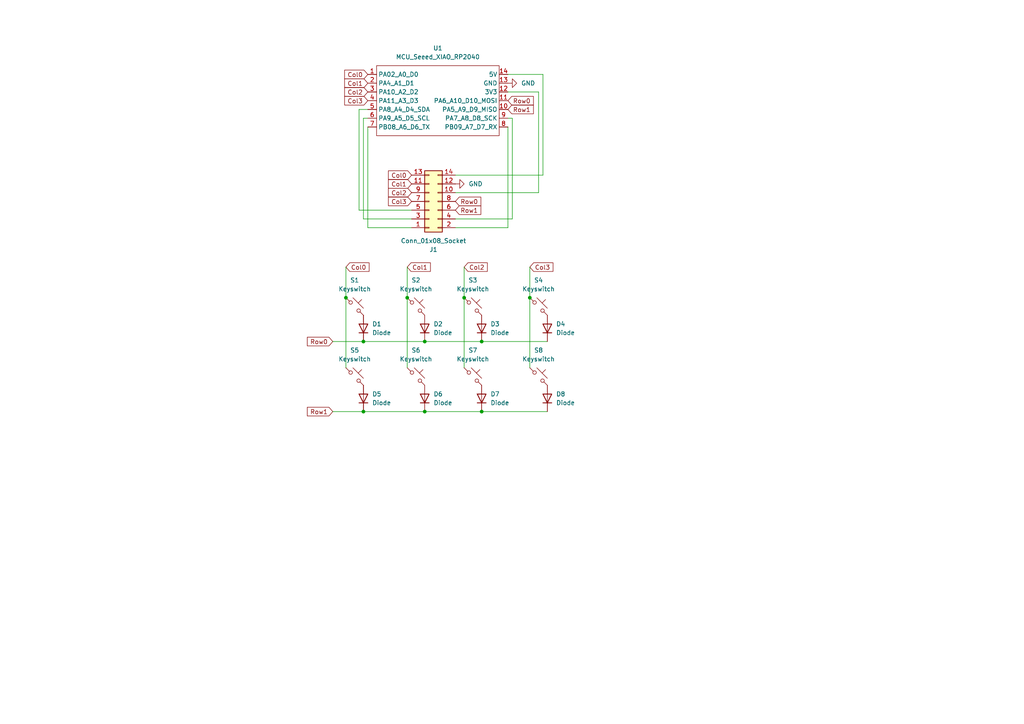
<source format=kicad_sch>
(kicad_sch
	(version 20231120)
	(generator "eeschema")
	(generator_version "8.0")
	(uuid "371db28a-e2f5-4fac-ba02-13eacf8de88f")
	(paper "A4")
	(title_block
		(title "Artpad")
		(date "2024-10-19")
	)
	(lib_symbols
		(symbol "Connector_Generic:Conn_02x07_Odd_Even"
			(pin_names
				(offset 1.016) hide)
			(exclude_from_sim no)
			(in_bom yes)
			(on_board yes)
			(property "Reference" "J"
				(at 1.27 10.16 0)
				(effects
					(font
						(size 1.27 1.27)
					)
				)
			)
			(property "Value" "Conn_02x07_Odd_Even"
				(at 1.27 -10.16 0)
				(effects
					(font
						(size 1.27 1.27)
					)
				)
			)
			(property "Footprint" ""
				(at 0 0 0)
				(effects
					(font
						(size 1.27 1.27)
					)
					(hide yes)
				)
			)
			(property "Datasheet" "~"
				(at 0 0 0)
				(effects
					(font
						(size 1.27 1.27)
					)
					(hide yes)
				)
			)
			(property "Description" "Generic connector, double row, 02x07, odd/even pin numbering scheme (row 1 odd numbers, row 2 even numbers), script generated (kicad-library-utils/schlib/autogen/connector/)"
				(at 0 0 0)
				(effects
					(font
						(size 1.27 1.27)
					)
					(hide yes)
				)
			)
			(property "ki_keywords" "connector"
				(at 0 0 0)
				(effects
					(font
						(size 1.27 1.27)
					)
					(hide yes)
				)
			)
			(property "ki_fp_filters" "Connector*:*_2x??_*"
				(at 0 0 0)
				(effects
					(font
						(size 1.27 1.27)
					)
					(hide yes)
				)
			)
			(symbol "Conn_02x07_Odd_Even_1_1"
				(rectangle
					(start -1.27 -7.493)
					(end 0 -7.747)
					(stroke
						(width 0.1524)
						(type default)
					)
					(fill
						(type none)
					)
				)
				(rectangle
					(start -1.27 -4.953)
					(end 0 -5.207)
					(stroke
						(width 0.1524)
						(type default)
					)
					(fill
						(type none)
					)
				)
				(rectangle
					(start -1.27 -2.413)
					(end 0 -2.667)
					(stroke
						(width 0.1524)
						(type default)
					)
					(fill
						(type none)
					)
				)
				(rectangle
					(start -1.27 0.127)
					(end 0 -0.127)
					(stroke
						(width 0.1524)
						(type default)
					)
					(fill
						(type none)
					)
				)
				(rectangle
					(start -1.27 2.667)
					(end 0 2.413)
					(stroke
						(width 0.1524)
						(type default)
					)
					(fill
						(type none)
					)
				)
				(rectangle
					(start -1.27 5.207)
					(end 0 4.953)
					(stroke
						(width 0.1524)
						(type default)
					)
					(fill
						(type none)
					)
				)
				(rectangle
					(start -1.27 7.747)
					(end 0 7.493)
					(stroke
						(width 0.1524)
						(type default)
					)
					(fill
						(type none)
					)
				)
				(rectangle
					(start -1.27 8.89)
					(end 3.81 -8.89)
					(stroke
						(width 0.254)
						(type default)
					)
					(fill
						(type background)
					)
				)
				(rectangle
					(start 3.81 -7.493)
					(end 2.54 -7.747)
					(stroke
						(width 0.1524)
						(type default)
					)
					(fill
						(type none)
					)
				)
				(rectangle
					(start 3.81 -4.953)
					(end 2.54 -5.207)
					(stroke
						(width 0.1524)
						(type default)
					)
					(fill
						(type none)
					)
				)
				(rectangle
					(start 3.81 -2.413)
					(end 2.54 -2.667)
					(stroke
						(width 0.1524)
						(type default)
					)
					(fill
						(type none)
					)
				)
				(rectangle
					(start 3.81 0.127)
					(end 2.54 -0.127)
					(stroke
						(width 0.1524)
						(type default)
					)
					(fill
						(type none)
					)
				)
				(rectangle
					(start 3.81 2.667)
					(end 2.54 2.413)
					(stroke
						(width 0.1524)
						(type default)
					)
					(fill
						(type none)
					)
				)
				(rectangle
					(start 3.81 5.207)
					(end 2.54 4.953)
					(stroke
						(width 0.1524)
						(type default)
					)
					(fill
						(type none)
					)
				)
				(rectangle
					(start 3.81 7.747)
					(end 2.54 7.493)
					(stroke
						(width 0.1524)
						(type default)
					)
					(fill
						(type none)
					)
				)
				(pin passive line
					(at -5.08 7.62 0)
					(length 3.81)
					(name "Pin_1"
						(effects
							(font
								(size 1.27 1.27)
							)
						)
					)
					(number "1"
						(effects
							(font
								(size 1.27 1.27)
							)
						)
					)
				)
				(pin passive line
					(at 7.62 -2.54 180)
					(length 3.81)
					(name "Pin_10"
						(effects
							(font
								(size 1.27 1.27)
							)
						)
					)
					(number "10"
						(effects
							(font
								(size 1.27 1.27)
							)
						)
					)
				)
				(pin passive line
					(at -5.08 -5.08 0)
					(length 3.81)
					(name "Pin_11"
						(effects
							(font
								(size 1.27 1.27)
							)
						)
					)
					(number "11"
						(effects
							(font
								(size 1.27 1.27)
							)
						)
					)
				)
				(pin passive line
					(at 7.62 -5.08 180)
					(length 3.81)
					(name "Pin_12"
						(effects
							(font
								(size 1.27 1.27)
							)
						)
					)
					(number "12"
						(effects
							(font
								(size 1.27 1.27)
							)
						)
					)
				)
				(pin passive line
					(at -5.08 -7.62 0)
					(length 3.81)
					(name "Pin_13"
						(effects
							(font
								(size 1.27 1.27)
							)
						)
					)
					(number "13"
						(effects
							(font
								(size 1.27 1.27)
							)
						)
					)
				)
				(pin passive line
					(at 7.62 -7.62 180)
					(length 3.81)
					(name "Pin_14"
						(effects
							(font
								(size 1.27 1.27)
							)
						)
					)
					(number "14"
						(effects
							(font
								(size 1.27 1.27)
							)
						)
					)
				)
				(pin passive line
					(at 7.62 7.62 180)
					(length 3.81)
					(name "Pin_2"
						(effects
							(font
								(size 1.27 1.27)
							)
						)
					)
					(number "2"
						(effects
							(font
								(size 1.27 1.27)
							)
						)
					)
				)
				(pin passive line
					(at -5.08 5.08 0)
					(length 3.81)
					(name "Pin_3"
						(effects
							(font
								(size 1.27 1.27)
							)
						)
					)
					(number "3"
						(effects
							(font
								(size 1.27 1.27)
							)
						)
					)
				)
				(pin passive line
					(at 7.62 5.08 180)
					(length 3.81)
					(name "Pin_4"
						(effects
							(font
								(size 1.27 1.27)
							)
						)
					)
					(number "4"
						(effects
							(font
								(size 1.27 1.27)
							)
						)
					)
				)
				(pin passive line
					(at -5.08 2.54 0)
					(length 3.81)
					(name "Pin_5"
						(effects
							(font
								(size 1.27 1.27)
							)
						)
					)
					(number "5"
						(effects
							(font
								(size 1.27 1.27)
							)
						)
					)
				)
				(pin passive line
					(at 7.62 2.54 180)
					(length 3.81)
					(name "Pin_6"
						(effects
							(font
								(size 1.27 1.27)
							)
						)
					)
					(number "6"
						(effects
							(font
								(size 1.27 1.27)
							)
						)
					)
				)
				(pin passive line
					(at -5.08 0 0)
					(length 3.81)
					(name "Pin_7"
						(effects
							(font
								(size 1.27 1.27)
							)
						)
					)
					(number "7"
						(effects
							(font
								(size 1.27 1.27)
							)
						)
					)
				)
				(pin passive line
					(at 7.62 0 180)
					(length 3.81)
					(name "Pin_8"
						(effects
							(font
								(size 1.27 1.27)
							)
						)
					)
					(number "8"
						(effects
							(font
								(size 1.27 1.27)
							)
						)
					)
				)
				(pin passive line
					(at -5.08 -2.54 0)
					(length 3.81)
					(name "Pin_9"
						(effects
							(font
								(size 1.27 1.27)
							)
						)
					)
					(number "9"
						(effects
							(font
								(size 1.27 1.27)
							)
						)
					)
				)
			)
		)
		(symbol "ScottoKeebs:MCU_Seeed_XIAO_RP2040"
			(exclude_from_sim no)
			(in_bom yes)
			(on_board yes)
			(property "Reference" "U"
				(at -16.51 11.43 0)
				(effects
					(font
						(size 1.27 1.27)
					)
				)
			)
			(property "Value" "MCU_Seeed_XIAO_RP2040"
				(at -3.81 -11.43 0)
				(effects
					(font
						(size 1.27 1.27)
					)
				)
			)
			(property "Footprint" ""
				(at -16.51 2.54 0)
				(effects
					(font
						(size 1.27 1.27)
					)
					(hide yes)
				)
			)
			(property "Datasheet" ""
				(at -16.51 2.54 0)
				(effects
					(font
						(size 1.27 1.27)
					)
					(hide yes)
				)
			)
			(property "Description" ""
				(at 0 0 0)
				(effects
					(font
						(size 1.27 1.27)
					)
					(hide yes)
				)
			)
			(symbol "MCU_Seeed_XIAO_RP2040_0_1"
				(rectangle
					(start -16.51 10.16)
					(end 19.05 -10.16)
					(stroke
						(width 0)
						(type default)
					)
					(fill
						(type none)
					)
				)
			)
			(symbol "MCU_Seeed_XIAO_RP2040_1_1"
				(pin passive line
					(at -19.05 7.62 0)
					(length 2.54)
					(name "PA02_A0_D0"
						(effects
							(font
								(size 1.27 1.27)
							)
						)
					)
					(number "1"
						(effects
							(font
								(size 1.27 1.27)
							)
						)
					)
				)
				(pin passive line
					(at 21.59 -2.54 180)
					(length 2.54)
					(name "PA5_A9_D9_MISO"
						(effects
							(font
								(size 1.27 1.27)
							)
						)
					)
					(number "10"
						(effects
							(font
								(size 1.27 1.27)
							)
						)
					)
				)
				(pin passive line
					(at 21.59 0 180)
					(length 2.54)
					(name "PA6_A10_D10_MOSI"
						(effects
							(font
								(size 1.27 1.27)
							)
						)
					)
					(number "11"
						(effects
							(font
								(size 1.27 1.27)
							)
						)
					)
				)
				(pin passive line
					(at 21.59 2.54 180)
					(length 2.54)
					(name "3V3"
						(effects
							(font
								(size 1.27 1.27)
							)
						)
					)
					(number "12"
						(effects
							(font
								(size 1.27 1.27)
							)
						)
					)
				)
				(pin passive line
					(at 21.59 5.08 180)
					(length 2.54)
					(name "GND"
						(effects
							(font
								(size 1.27 1.27)
							)
						)
					)
					(number "13"
						(effects
							(font
								(size 1.27 1.27)
							)
						)
					)
				)
				(pin passive line
					(at 21.59 7.62 180)
					(length 2.54)
					(name "5V"
						(effects
							(font
								(size 1.27 1.27)
							)
						)
					)
					(number "14"
						(effects
							(font
								(size 1.27 1.27)
							)
						)
					)
				)
				(pin passive line
					(at -19.05 5.08 0)
					(length 2.54)
					(name "PA4_A1_D1"
						(effects
							(font
								(size 1.27 1.27)
							)
						)
					)
					(number "2"
						(effects
							(font
								(size 1.27 1.27)
							)
						)
					)
				)
				(pin passive line
					(at -19.05 2.54 0)
					(length 2.54)
					(name "PA10_A2_D2"
						(effects
							(font
								(size 1.27 1.27)
							)
						)
					)
					(number "3"
						(effects
							(font
								(size 1.27 1.27)
							)
						)
					)
				)
				(pin passive line
					(at -19.05 0 0)
					(length 2.54)
					(name "PA11_A3_D3"
						(effects
							(font
								(size 1.27 1.27)
							)
						)
					)
					(number "4"
						(effects
							(font
								(size 1.27 1.27)
							)
						)
					)
				)
				(pin passive line
					(at -19.05 -2.54 0)
					(length 2.54)
					(name "PA8_A4_D4_SDA"
						(effects
							(font
								(size 1.27 1.27)
							)
						)
					)
					(number "5"
						(effects
							(font
								(size 1.27 1.27)
							)
						)
					)
				)
				(pin passive line
					(at -19.05 -5.08 0)
					(length 2.54)
					(name "PA9_A5_D5_SCL"
						(effects
							(font
								(size 1.27 1.27)
							)
						)
					)
					(number "6"
						(effects
							(font
								(size 1.27 1.27)
							)
						)
					)
				)
				(pin passive line
					(at -19.05 -7.62 0)
					(length 2.54)
					(name "PB08_A6_D6_TX"
						(effects
							(font
								(size 1.27 1.27)
							)
						)
					)
					(number "7"
						(effects
							(font
								(size 1.27 1.27)
							)
						)
					)
				)
				(pin passive line
					(at 21.59 -7.62 180)
					(length 2.54)
					(name "PB09_A7_D7_RX"
						(effects
							(font
								(size 1.27 1.27)
							)
						)
					)
					(number "8"
						(effects
							(font
								(size 1.27 1.27)
							)
						)
					)
				)
				(pin passive line
					(at 21.59 -5.08 180)
					(length 2.54)
					(name "PA7_A8_D8_SCK"
						(effects
							(font
								(size 1.27 1.27)
							)
						)
					)
					(number "9"
						(effects
							(font
								(size 1.27 1.27)
							)
						)
					)
				)
			)
		)
		(symbol "ScottoKeebs:Placeholder_Diode"
			(pin_numbers hide)
			(pin_names hide)
			(exclude_from_sim no)
			(in_bom yes)
			(on_board yes)
			(property "Reference" "D"
				(at 0 2.54 0)
				(effects
					(font
						(size 1.27 1.27)
					)
				)
			)
			(property "Value" "Diode"
				(at 0 -2.54 0)
				(effects
					(font
						(size 1.27 1.27)
					)
				)
			)
			(property "Footprint" ""
				(at 0 0 0)
				(effects
					(font
						(size 1.27 1.27)
					)
					(hide yes)
				)
			)
			(property "Datasheet" ""
				(at 0 0 0)
				(effects
					(font
						(size 1.27 1.27)
					)
					(hide yes)
				)
			)
			(property "Description" "1N4148 (DO-35) or 1N4148W (SOD-123)"
				(at 0 0 0)
				(effects
					(font
						(size 1.27 1.27)
					)
					(hide yes)
				)
			)
			(property "Sim.Device" "D"
				(at 0 0 0)
				(effects
					(font
						(size 1.27 1.27)
					)
					(hide yes)
				)
			)
			(property "Sim.Pins" "1=K 2=A"
				(at 0 0 0)
				(effects
					(font
						(size 1.27 1.27)
					)
					(hide yes)
				)
			)
			(property "ki_keywords" "diode"
				(at 0 0 0)
				(effects
					(font
						(size 1.27 1.27)
					)
					(hide yes)
				)
			)
			(property "ki_fp_filters" "D*DO?35*"
				(at 0 0 0)
				(effects
					(font
						(size 1.27 1.27)
					)
					(hide yes)
				)
			)
			(symbol "Placeholder_Diode_0_1"
				(polyline
					(pts
						(xy -1.27 1.27) (xy -1.27 -1.27)
					)
					(stroke
						(width 0.254)
						(type default)
					)
					(fill
						(type none)
					)
				)
				(polyline
					(pts
						(xy 1.27 0) (xy -1.27 0)
					)
					(stroke
						(width 0)
						(type default)
					)
					(fill
						(type none)
					)
				)
				(polyline
					(pts
						(xy 1.27 1.27) (xy 1.27 -1.27) (xy -1.27 0) (xy 1.27 1.27)
					)
					(stroke
						(width 0.254)
						(type default)
					)
					(fill
						(type none)
					)
				)
			)
			(symbol "Placeholder_Diode_1_1"
				(pin passive line
					(at -3.81 0 0)
					(length 2.54)
					(name "K"
						(effects
							(font
								(size 1.27 1.27)
							)
						)
					)
					(number "1"
						(effects
							(font
								(size 1.27 1.27)
							)
						)
					)
				)
				(pin passive line
					(at 3.81 0 180)
					(length 2.54)
					(name "A"
						(effects
							(font
								(size 1.27 1.27)
							)
						)
					)
					(number "2"
						(effects
							(font
								(size 1.27 1.27)
							)
						)
					)
				)
			)
		)
		(symbol "ScottoKeebs:Placeholder_Keyswitch"
			(pin_numbers hide)
			(pin_names
				(offset 1.016) hide)
			(exclude_from_sim no)
			(in_bom yes)
			(on_board yes)
			(property "Reference" "S"
				(at 3.048 1.016 0)
				(effects
					(font
						(size 1.27 1.27)
					)
					(justify left)
				)
			)
			(property "Value" "Keyswitch"
				(at 0 -3.81 0)
				(effects
					(font
						(size 1.27 1.27)
					)
				)
			)
			(property "Footprint" ""
				(at 0 0 0)
				(effects
					(font
						(size 1.27 1.27)
					)
					(hide yes)
				)
			)
			(property "Datasheet" "~"
				(at 0 0 0)
				(effects
					(font
						(size 1.27 1.27)
					)
					(hide yes)
				)
			)
			(property "Description" "Push button switch, normally open, two pins, 45° tilted"
				(at 0 0 0)
				(effects
					(font
						(size 1.27 1.27)
					)
					(hide yes)
				)
			)
			(property "ki_keywords" "switch normally-open pushbutton push-button"
				(at 0 0 0)
				(effects
					(font
						(size 1.27 1.27)
					)
					(hide yes)
				)
			)
			(symbol "Placeholder_Keyswitch_0_1"
				(circle
					(center -1.1684 1.1684)
					(radius 0.508)
					(stroke
						(width 0)
						(type default)
					)
					(fill
						(type none)
					)
				)
				(polyline
					(pts
						(xy -0.508 2.54) (xy 2.54 -0.508)
					)
					(stroke
						(width 0)
						(type default)
					)
					(fill
						(type none)
					)
				)
				(polyline
					(pts
						(xy 1.016 1.016) (xy 2.032 2.032)
					)
					(stroke
						(width 0)
						(type default)
					)
					(fill
						(type none)
					)
				)
				(polyline
					(pts
						(xy -2.54 2.54) (xy -1.524 1.524) (xy -1.524 1.524)
					)
					(stroke
						(width 0)
						(type default)
					)
					(fill
						(type none)
					)
				)
				(polyline
					(pts
						(xy 1.524 -1.524) (xy 2.54 -2.54) (xy 2.54 -2.54) (xy 2.54 -2.54)
					)
					(stroke
						(width 0)
						(type default)
					)
					(fill
						(type none)
					)
				)
				(circle
					(center 1.143 -1.1938)
					(radius 0.508)
					(stroke
						(width 0)
						(type default)
					)
					(fill
						(type none)
					)
				)
				(pin passive line
					(at -2.54 2.54 0)
					(length 0)
					(name "1"
						(effects
							(font
								(size 1.27 1.27)
							)
						)
					)
					(number "1"
						(effects
							(font
								(size 1.27 1.27)
							)
						)
					)
				)
				(pin passive line
					(at 2.54 -2.54 180)
					(length 0)
					(name "2"
						(effects
							(font
								(size 1.27 1.27)
							)
						)
					)
					(number "2"
						(effects
							(font
								(size 1.27 1.27)
							)
						)
					)
				)
			)
		)
		(symbol "power:GND"
			(power)
			(pin_numbers hide)
			(pin_names
				(offset 0) hide)
			(exclude_from_sim no)
			(in_bom yes)
			(on_board yes)
			(property "Reference" "#PWR"
				(at 0 -6.35 0)
				(effects
					(font
						(size 1.27 1.27)
					)
					(hide yes)
				)
			)
			(property "Value" "GND"
				(at 0 -3.81 0)
				(effects
					(font
						(size 1.27 1.27)
					)
				)
			)
			(property "Footprint" ""
				(at 0 0 0)
				(effects
					(font
						(size 1.27 1.27)
					)
					(hide yes)
				)
			)
			(property "Datasheet" ""
				(at 0 0 0)
				(effects
					(font
						(size 1.27 1.27)
					)
					(hide yes)
				)
			)
			(property "Description" "Power symbol creates a global label with name \"GND\" , ground"
				(at 0 0 0)
				(effects
					(font
						(size 1.27 1.27)
					)
					(hide yes)
				)
			)
			(property "ki_keywords" "global power"
				(at 0 0 0)
				(effects
					(font
						(size 1.27 1.27)
					)
					(hide yes)
				)
			)
			(symbol "GND_0_1"
				(polyline
					(pts
						(xy 0 0) (xy 0 -1.27) (xy 1.27 -1.27) (xy 0 -2.54) (xy -1.27 -1.27) (xy 0 -1.27)
					)
					(stroke
						(width 0)
						(type default)
					)
					(fill
						(type none)
					)
				)
			)
			(symbol "GND_1_1"
				(pin power_in line
					(at 0 0 270)
					(length 0)
					(name "~"
						(effects
							(font
								(size 1.27 1.27)
							)
						)
					)
					(number "1"
						(effects
							(font
								(size 1.27 1.27)
							)
						)
					)
				)
			)
		)
	)
	(junction
		(at 123.19 99.06)
		(diameter 0)
		(color 0 0 0 0)
		(uuid "0fd263b0-b51f-4d5d-972e-e32335330518")
	)
	(junction
		(at 123.19 119.38)
		(diameter 0)
		(color 0 0 0 0)
		(uuid "15c725a1-6791-4cf6-bca7-33de3bd7c1a8")
	)
	(junction
		(at 105.41 99.06)
		(diameter 0)
		(color 0 0 0 0)
		(uuid "2f404202-3e56-4fd7-b4fc-0121ad4b5946")
	)
	(junction
		(at 105.41 119.38)
		(diameter 0)
		(color 0 0 0 0)
		(uuid "576c2f46-8159-4d32-8603-85aa0d7f7d66")
	)
	(junction
		(at 153.67 86.36)
		(diameter 0)
		(color 0 0 0 0)
		(uuid "8d903025-0ca6-4644-91cd-f895ddff7bc7")
	)
	(junction
		(at 118.11 86.36)
		(diameter 0)
		(color 0 0 0 0)
		(uuid "bb12d39f-8296-4c35-bcd4-48d59a2ffde5")
	)
	(junction
		(at 100.33 86.36)
		(diameter 0)
		(color 0 0 0 0)
		(uuid "d9e8acc5-ed80-4540-aecc-95be731e56aa")
	)
	(junction
		(at 134.62 86.36)
		(diameter 0)
		(color 0 0 0 0)
		(uuid "db129822-d8de-4c6a-b17e-59782213b122")
	)
	(junction
		(at 139.7 99.06)
		(diameter 0)
		(color 0 0 0 0)
		(uuid "e00c12b5-387c-4430-b36f-97909cfc05bb")
	)
	(junction
		(at 139.7 119.38)
		(diameter 0)
		(color 0 0 0 0)
		(uuid "fd9df4ae-2c4d-45c7-aac7-e75cb577dc05")
	)
	(wire
		(pts
			(xy 118.11 77.47) (xy 118.11 86.36)
		)
		(stroke
			(width 0)
			(type default)
		)
		(uuid "07e97563-1f72-4462-bfdc-5dcc3bec2187")
	)
	(wire
		(pts
			(xy 147.32 36.83) (xy 147.32 66.04)
		)
		(stroke
			(width 0)
			(type default)
		)
		(uuid "0c844b92-bb0c-461f-a252-899d7625f568")
	)
	(wire
		(pts
			(xy 156.21 26.67) (xy 156.21 55.88)
		)
		(stroke
			(width 0)
			(type default)
		)
		(uuid "16d64f2b-dfa0-4155-a994-083087a9351e")
	)
	(wire
		(pts
			(xy 106.68 34.29) (xy 105.41 34.29)
		)
		(stroke
			(width 0)
			(type default)
		)
		(uuid "1af4370c-14cc-4479-8d84-274083b7fcf5")
	)
	(wire
		(pts
			(xy 104.14 31.75) (xy 104.14 60.96)
		)
		(stroke
			(width 0)
			(type default)
		)
		(uuid "1ce81d22-b5f3-483c-b476-c85bdb5b70c8")
	)
	(wire
		(pts
			(xy 153.67 106.68) (xy 153.67 86.36)
		)
		(stroke
			(width 0)
			(type default)
		)
		(uuid "2124e79e-fd49-46c2-881a-bebe350ca9a9")
	)
	(wire
		(pts
			(xy 134.62 106.68) (xy 134.62 86.36)
		)
		(stroke
			(width 0)
			(type default)
		)
		(uuid "2770bfa1-4251-47d5-8fa6-ed72f1fc7d72")
	)
	(wire
		(pts
			(xy 156.21 55.88) (xy 132.08 55.88)
		)
		(stroke
			(width 0)
			(type default)
		)
		(uuid "2d0a08c8-eca9-4b85-a15f-466fadb238db")
	)
	(wire
		(pts
			(xy 104.14 60.96) (xy 119.38 60.96)
		)
		(stroke
			(width 0)
			(type default)
		)
		(uuid "2f9c7b10-9c8e-4eb9-83e3-76a604d030cc")
	)
	(wire
		(pts
			(xy 105.41 34.29) (xy 105.41 63.5)
		)
		(stroke
			(width 0)
			(type default)
		)
		(uuid "32aedece-a46e-4796-ad74-2f4ab29d6e8d")
	)
	(wire
		(pts
			(xy 118.11 106.68) (xy 118.11 86.36)
		)
		(stroke
			(width 0)
			(type default)
		)
		(uuid "352459d8-cde2-43b6-8d0e-2f42c1878e52")
	)
	(wire
		(pts
			(xy 147.32 26.67) (xy 156.21 26.67)
		)
		(stroke
			(width 0)
			(type default)
		)
		(uuid "43cc12f8-e18a-4957-bb40-57bec5f2bfd1")
	)
	(wire
		(pts
			(xy 147.32 34.29) (xy 148.59 34.29)
		)
		(stroke
			(width 0)
			(type default)
		)
		(uuid "4d19e15d-b633-4294-b984-92e8db7f0aee")
	)
	(wire
		(pts
			(xy 123.19 99.06) (xy 105.41 99.06)
		)
		(stroke
			(width 0)
			(type default)
		)
		(uuid "4edc9c15-2c67-4d72-bbfb-e700eeb16ebe")
	)
	(wire
		(pts
			(xy 106.68 31.75) (xy 104.14 31.75)
		)
		(stroke
			(width 0)
			(type default)
		)
		(uuid "5459af54-167e-407c-821a-e569a0839aec")
	)
	(wire
		(pts
			(xy 100.33 77.47) (xy 100.33 86.36)
		)
		(stroke
			(width 0)
			(type default)
		)
		(uuid "5ad3eb51-3f69-4852-9a2c-59e34cbd7380")
	)
	(wire
		(pts
			(xy 139.7 119.38) (xy 158.75 119.38)
		)
		(stroke
			(width 0)
			(type default)
		)
		(uuid "6d584ee0-414d-4b57-a212-7a1c133b78a3")
	)
	(wire
		(pts
			(xy 147.32 66.04) (xy 132.08 66.04)
		)
		(stroke
			(width 0)
			(type default)
		)
		(uuid "756cf06f-aadc-4c2c-86c4-70df26b3dbe3")
	)
	(wire
		(pts
			(xy 123.19 119.38) (xy 105.41 119.38)
		)
		(stroke
			(width 0)
			(type default)
		)
		(uuid "8463af1a-ba21-460a-890a-d0062ae2a159")
	)
	(wire
		(pts
			(xy 148.59 34.29) (xy 148.59 63.5)
		)
		(stroke
			(width 0)
			(type default)
		)
		(uuid "86d60a02-3272-498c-acee-acf3e4277a2f")
	)
	(wire
		(pts
			(xy 134.62 77.47) (xy 134.62 86.36)
		)
		(stroke
			(width 0)
			(type default)
		)
		(uuid "89ca9fb5-25e9-4d00-ba6c-cf77df8650b7")
	)
	(wire
		(pts
			(xy 100.33 106.68) (xy 100.33 86.36)
		)
		(stroke
			(width 0)
			(type default)
		)
		(uuid "96c0fc1d-13b0-4d95-a805-a1224995f995")
	)
	(wire
		(pts
			(xy 123.19 99.06) (xy 139.7 99.06)
		)
		(stroke
			(width 0)
			(type default)
		)
		(uuid "b1dd0d0e-bb73-45e1-8f3d-f7f03dd82df8")
	)
	(wire
		(pts
			(xy 106.68 36.83) (xy 106.68 66.04)
		)
		(stroke
			(width 0)
			(type default)
		)
		(uuid "ba20a8fe-be0d-4c60-becb-ceea7ff09e3b")
	)
	(wire
		(pts
			(xy 157.48 21.59) (xy 157.48 50.8)
		)
		(stroke
			(width 0)
			(type default)
		)
		(uuid "bd46a821-1ac8-4ba9-bffc-4840b6cbb979")
	)
	(wire
		(pts
			(xy 158.75 99.06) (xy 139.7 99.06)
		)
		(stroke
			(width 0)
			(type default)
		)
		(uuid "ccf12774-7e9c-4488-ba05-0f49d977087c")
	)
	(wire
		(pts
			(xy 153.67 77.47) (xy 153.67 86.36)
		)
		(stroke
			(width 0)
			(type default)
		)
		(uuid "ce7e3b39-de00-4e50-8b99-e90a313507b3")
	)
	(wire
		(pts
			(xy 96.52 99.06) (xy 105.41 99.06)
		)
		(stroke
			(width 0)
			(type default)
		)
		(uuid "cf215b88-2133-4a91-8db3-6d57af706524")
	)
	(wire
		(pts
			(xy 157.48 50.8) (xy 132.08 50.8)
		)
		(stroke
			(width 0)
			(type default)
		)
		(uuid "d04b70d8-a2cd-40ac-97ee-4dd6cc4621fd")
	)
	(wire
		(pts
			(xy 147.32 21.59) (xy 157.48 21.59)
		)
		(stroke
			(width 0)
			(type default)
		)
		(uuid "d055aeb9-239a-4816-827b-9b87872cffce")
	)
	(wire
		(pts
			(xy 148.59 63.5) (xy 132.08 63.5)
		)
		(stroke
			(width 0)
			(type default)
		)
		(uuid "d23fb07a-7609-4b07-9a49-e3373b440273")
	)
	(wire
		(pts
			(xy 106.68 66.04) (xy 119.38 66.04)
		)
		(stroke
			(width 0)
			(type default)
		)
		(uuid "f01a9ada-ad18-4abf-8d9b-6eb295e7f9d7")
	)
	(wire
		(pts
			(xy 105.41 63.5) (xy 119.38 63.5)
		)
		(stroke
			(width 0)
			(type default)
		)
		(uuid "f46e5ab8-11b9-4ebd-ae9a-51677198d77b")
	)
	(wire
		(pts
			(xy 96.52 119.38) (xy 105.41 119.38)
		)
		(stroke
			(width 0)
			(type default)
		)
		(uuid "f75ad912-1af1-41e1-96b6-2581aca411e4")
	)
	(wire
		(pts
			(xy 139.7 119.38) (xy 123.19 119.38)
		)
		(stroke
			(width 0)
			(type default)
		)
		(uuid "ff803e94-eaa9-4b69-958d-36d9e78e03d9")
	)
	(global_label "Col3"
		(shape input)
		(at 153.67 77.47 0)
		(fields_autoplaced yes)
		(effects
			(font
				(size 1.27 1.27)
			)
			(justify left)
		)
		(uuid "13203169-e306-4552-89b8-3e0a1fec32ab")
		(property "Intersheetrefs" "${INTERSHEET_REFS}"
			(at 160.9489 77.47 0)
			(effects
				(font
					(size 1.27 1.27)
				)
				(justify left)
				(hide yes)
			)
		)
	)
	(global_label "Col1"
		(shape input)
		(at 106.68 24.13 180)
		(fields_autoplaced yes)
		(effects
			(font
				(size 1.27 1.27)
			)
			(justify right)
		)
		(uuid "15787e6a-f248-4623-ad99-4352c24419da")
		(property "Intersheetrefs" "${INTERSHEET_REFS}"
			(at 99.4011 24.13 0)
			(effects
				(font
					(size 1.27 1.27)
				)
				(justify right)
				(hide yes)
			)
		)
	)
	(global_label "Col3"
		(shape input)
		(at 119.38 58.42 180)
		(fields_autoplaced yes)
		(effects
			(font
				(size 1.27 1.27)
			)
			(justify right)
		)
		(uuid "235c4c06-1d06-451b-a6e4-bb1e43babdab")
		(property "Intersheetrefs" "${INTERSHEET_REFS}"
			(at 112.1011 58.42 0)
			(effects
				(font
					(size 1.27 1.27)
				)
				(justify right)
				(hide yes)
			)
		)
	)
	(global_label "Col0"
		(shape input)
		(at 100.33 77.47 0)
		(fields_autoplaced yes)
		(effects
			(font
				(size 1.27 1.27)
			)
			(justify left)
		)
		(uuid "374d90a7-5c7c-4e2a-ab27-e02675a25fc1")
		(property "Intersheetrefs" "${INTERSHEET_REFS}"
			(at 107.6089 77.47 0)
			(effects
				(font
					(size 1.27 1.27)
				)
				(justify left)
				(hide yes)
			)
		)
	)
	(global_label "Col2"
		(shape input)
		(at 119.38 55.88 180)
		(fields_autoplaced yes)
		(effects
			(font
				(size 1.27 1.27)
			)
			(justify right)
		)
		(uuid "3a3bfd6a-8b9f-4ab5-8064-37fd2bc7c883")
		(property "Intersheetrefs" "${INTERSHEET_REFS}"
			(at 112.1011 55.88 0)
			(effects
				(font
					(size 1.27 1.27)
				)
				(justify right)
				(hide yes)
			)
		)
	)
	(global_label "Col1"
		(shape input)
		(at 118.11 77.47 0)
		(fields_autoplaced yes)
		(effects
			(font
				(size 1.27 1.27)
			)
			(justify left)
		)
		(uuid "4e5d1940-3100-44f4-a146-aa27532c95cc")
		(property "Intersheetrefs" "${INTERSHEET_REFS}"
			(at 125.3889 77.47 0)
			(effects
				(font
					(size 1.27 1.27)
				)
				(justify left)
				(hide yes)
			)
		)
	)
	(global_label "Col2"
		(shape input)
		(at 134.62 77.47 0)
		(fields_autoplaced yes)
		(effects
			(font
				(size 1.27 1.27)
			)
			(justify left)
		)
		(uuid "530d70fe-cf1e-40c4-8eb6-52be6b103e8c")
		(property "Intersheetrefs" "${INTERSHEET_REFS}"
			(at 141.8989 77.47 0)
			(effects
				(font
					(size 1.27 1.27)
				)
				(justify left)
				(hide yes)
			)
		)
	)
	(global_label "Row0"
		(shape input)
		(at 147.32 29.21 0)
		(fields_autoplaced yes)
		(effects
			(font
				(size 1.27 1.27)
			)
			(justify left)
		)
		(uuid "5d663542-f14b-4607-bfc4-93d350227ad9")
		(property "Intersheetrefs" "${INTERSHEET_REFS}"
			(at 155.2642 29.21 0)
			(effects
				(font
					(size 1.27 1.27)
				)
				(justify left)
				(hide yes)
			)
		)
	)
	(global_label "Col2"
		(shape input)
		(at 106.68 26.67 180)
		(fields_autoplaced yes)
		(effects
			(font
				(size 1.27 1.27)
			)
			(justify right)
		)
		(uuid "69bc1e3b-c79f-4a55-8e08-c2c80d6b44bf")
		(property "Intersheetrefs" "${INTERSHEET_REFS}"
			(at 99.4011 26.67 0)
			(effects
				(font
					(size 1.27 1.27)
				)
				(justify right)
				(hide yes)
			)
		)
	)
	(global_label "Row0"
		(shape input)
		(at 132.08 58.42 0)
		(fields_autoplaced yes)
		(effects
			(font
				(size 1.27 1.27)
			)
			(justify left)
		)
		(uuid "82630c82-1292-4bad-9178-7d40de5cee11")
		(property "Intersheetrefs" "${INTERSHEET_REFS}"
			(at 140.0242 58.42 0)
			(effects
				(font
					(size 1.27 1.27)
				)
				(justify left)
				(hide yes)
			)
		)
	)
	(global_label "Row1"
		(shape input)
		(at 147.32 31.75 0)
		(fields_autoplaced yes)
		(effects
			(font
				(size 1.27 1.27)
			)
			(justify left)
		)
		(uuid "bb9ac0a0-7f19-4264-b828-87bb82ec39d4")
		(property "Intersheetrefs" "${INTERSHEET_REFS}"
			(at 155.2642 31.75 0)
			(effects
				(font
					(size 1.27 1.27)
				)
				(justify left)
				(hide yes)
			)
		)
	)
	(global_label "Row0"
		(shape input)
		(at 96.52 99.06 180)
		(fields_autoplaced yes)
		(effects
			(font
				(size 1.27 1.27)
			)
			(justify right)
		)
		(uuid "d0566b5f-3764-463c-bacb-48ebfcd15ddf")
		(property "Intersheetrefs" "${INTERSHEET_REFS}"
			(at 88.5758 99.06 0)
			(effects
				(font
					(size 1.27 1.27)
				)
				(justify right)
				(hide yes)
			)
		)
	)
	(global_label "Col0"
		(shape input)
		(at 119.38 50.8 180)
		(fields_autoplaced yes)
		(effects
			(font
				(size 1.27 1.27)
			)
			(justify right)
		)
		(uuid "d4c5bbfe-c6db-4221-b04e-f0873a210ebe")
		(property "Intersheetrefs" "${INTERSHEET_REFS}"
			(at 112.1011 50.8 0)
			(effects
				(font
					(size 1.27 1.27)
				)
				(justify right)
				(hide yes)
			)
		)
	)
	(global_label "Col0"
		(shape input)
		(at 106.68 21.59 180)
		(fields_autoplaced yes)
		(effects
			(font
				(size 1.27 1.27)
			)
			(justify right)
		)
		(uuid "d7f72bf3-c04d-4bd1-bd88-4e11f594ce9b")
		(property "Intersheetrefs" "${INTERSHEET_REFS}"
			(at 99.4011 21.59 0)
			(effects
				(font
					(size 1.27 1.27)
				)
				(justify right)
				(hide yes)
			)
		)
	)
	(global_label "Row1"
		(shape input)
		(at 132.08 60.96 0)
		(fields_autoplaced yes)
		(effects
			(font
				(size 1.27 1.27)
			)
			(justify left)
		)
		(uuid "d82ba906-b3af-4850-933e-31406c9502cc")
		(property "Intersheetrefs" "${INTERSHEET_REFS}"
			(at 140.0242 60.96 0)
			(effects
				(font
					(size 1.27 1.27)
				)
				(justify left)
				(hide yes)
			)
		)
	)
	(global_label "Row1"
		(shape input)
		(at 96.52 119.38 180)
		(fields_autoplaced yes)
		(effects
			(font
				(size 1.27 1.27)
			)
			(justify right)
		)
		(uuid "d8df744f-a167-4839-bbe2-8267e627bb21")
		(property "Intersheetrefs" "${INTERSHEET_REFS}"
			(at 88.5758 119.38 0)
			(effects
				(font
					(size 1.27 1.27)
				)
				(justify right)
				(hide yes)
			)
		)
	)
	(global_label "Col3"
		(shape input)
		(at 106.68 29.21 180)
		(fields_autoplaced yes)
		(effects
			(font
				(size 1.27 1.27)
			)
			(justify right)
		)
		(uuid "de1e9212-d9e2-4a47-ba9e-1c78b96e3a5d")
		(property "Intersheetrefs" "${INTERSHEET_REFS}"
			(at 99.4011 29.21 0)
			(effects
				(font
					(size 1.27 1.27)
				)
				(justify right)
				(hide yes)
			)
		)
	)
	(global_label "Col1"
		(shape input)
		(at 119.38 53.34 180)
		(fields_autoplaced yes)
		(effects
			(font
				(size 1.27 1.27)
			)
			(justify right)
		)
		(uuid "f3ff5b7a-8474-4a81-9706-c9a4de3d3b36")
		(property "Intersheetrefs" "${INTERSHEET_REFS}"
			(at 112.1011 53.34 0)
			(effects
				(font
					(size 1.27 1.27)
				)
				(justify right)
				(hide yes)
			)
		)
	)
	(symbol
		(lib_id "ScottoKeebs:Placeholder_Diode")
		(at 123.19 95.25 90)
		(unit 1)
		(exclude_from_sim no)
		(in_bom yes)
		(on_board yes)
		(dnp no)
		(fields_autoplaced yes)
		(uuid "171327ca-ab91-4941-bb28-6b4d081addc0")
		(property "Reference" "D2"
			(at 125.73 93.9799 90)
			(effects
				(font
					(size 1.27 1.27)
				)
				(justify right)
			)
		)
		(property "Value" "Diode"
			(at 125.73 96.5199 90)
			(effects
				(font
					(size 1.27 1.27)
				)
				(justify right)
			)
		)
		(property "Footprint" "ScottoKeebs_Components:Diode_DO-35"
			(at 123.19 95.25 0)
			(effects
				(font
					(size 1.27 1.27)
				)
				(hide yes)
			)
		)
		(property "Datasheet" ""
			(at 123.19 95.25 0)
			(effects
				(font
					(size 1.27 1.27)
				)
				(hide yes)
			)
		)
		(property "Description" "1N4148 (DO-35) or 1N4148W (SOD-123)"
			(at 123.19 95.25 0)
			(effects
				(font
					(size 1.27 1.27)
				)
				(hide yes)
			)
		)
		(property "Sim.Device" "D"
			(at 123.19 95.25 0)
			(effects
				(font
					(size 1.27 1.27)
				)
				(hide yes)
			)
		)
		(property "Sim.Pins" "1=K 2=A"
			(at 123.19 95.25 0)
			(effects
				(font
					(size 1.27 1.27)
				)
				(hide yes)
			)
		)
		(pin "1"
			(uuid "10dd4f9e-2d0d-47d0-9d59-1e5feb382344")
		)
		(pin "2"
			(uuid "6cacb340-0b77-4e70-8a58-b42a02f6c4d9")
		)
		(instances
			(project "Hackpad"
				(path "/371db28a-e2f5-4fac-ba02-13eacf8de88f"
					(reference "D2")
					(unit 1)
				)
			)
		)
	)
	(symbol
		(lib_id "ScottoKeebs:Placeholder_Diode")
		(at 139.7 95.25 90)
		(unit 1)
		(exclude_from_sim no)
		(in_bom yes)
		(on_board yes)
		(dnp no)
		(fields_autoplaced yes)
		(uuid "2ab9e454-813f-4730-9f82-e6d9a04d1b65")
		(property "Reference" "D3"
			(at 142.24 93.9799 90)
			(effects
				(font
					(size 1.27 1.27)
				)
				(justify right)
			)
		)
		(property "Value" "Diode"
			(at 142.24 96.5199 90)
			(effects
				(font
					(size 1.27 1.27)
				)
				(justify right)
			)
		)
		(property "Footprint" "ScottoKeebs_Components:Diode_DO-35"
			(at 139.7 95.25 0)
			(effects
				(font
					(size 1.27 1.27)
				)
				(hide yes)
			)
		)
		(property "Datasheet" ""
			(at 139.7 95.25 0)
			(effects
				(font
					(size 1.27 1.27)
				)
				(hide yes)
			)
		)
		(property "Description" "1N4148 (DO-35) or 1N4148W (SOD-123)"
			(at 139.7 95.25 0)
			(effects
				(font
					(size 1.27 1.27)
				)
				(hide yes)
			)
		)
		(property "Sim.Device" "D"
			(at 139.7 95.25 0)
			(effects
				(font
					(size 1.27 1.27)
				)
				(hide yes)
			)
		)
		(property "Sim.Pins" "1=K 2=A"
			(at 139.7 95.25 0)
			(effects
				(font
					(size 1.27 1.27)
				)
				(hide yes)
			)
		)
		(pin "1"
			(uuid "ef45f989-569b-4cbe-a696-7130a68d1f04")
		)
		(pin "2"
			(uuid "1ab52596-0480-4081-b1e3-2107e107bbd8")
		)
		(instances
			(project "Hackpad"
				(path "/371db28a-e2f5-4fac-ba02-13eacf8de88f"
					(reference "D3")
					(unit 1)
				)
			)
		)
	)
	(symbol
		(lib_id "ScottoKeebs:Placeholder_Keyswitch")
		(at 137.16 109.22 0)
		(unit 1)
		(exclude_from_sim no)
		(in_bom yes)
		(on_board yes)
		(dnp no)
		(fields_autoplaced yes)
		(uuid "2f1ffa90-a19d-4bb4-a786-f47ce031584d")
		(property "Reference" "S7"
			(at 137.16 101.6 0)
			(effects
				(font
					(size 1.27 1.27)
				)
			)
		)
		(property "Value" "Keyswitch"
			(at 137.16 104.14 0)
			(effects
				(font
					(size 1.27 1.27)
				)
			)
		)
		(property "Footprint" "ScottoKeebs_Hotswap:Hotswap_MX_1.00u"
			(at 137.16 109.22 0)
			(effects
				(font
					(size 1.27 1.27)
				)
				(hide yes)
			)
		)
		(property "Datasheet" "~"
			(at 137.16 109.22 0)
			(effects
				(font
					(size 1.27 1.27)
				)
				(hide yes)
			)
		)
		(property "Description" "Push button switch, normally open, two pins, 45° tilted"
			(at 137.16 109.22 0)
			(effects
				(font
					(size 1.27 1.27)
				)
				(hide yes)
			)
		)
		(pin "1"
			(uuid "432f0d05-55b7-41a2-8426-6db93d02cf8c")
		)
		(pin "2"
			(uuid "a151a5c4-b0d6-4176-bace-1772adb24a8d")
		)
		(instances
			(project "Hackpad"
				(path "/371db28a-e2f5-4fac-ba02-13eacf8de88f"
					(reference "S7")
					(unit 1)
				)
			)
		)
	)
	(symbol
		(lib_id "ScottoKeebs:Placeholder_Keyswitch")
		(at 120.65 88.9 0)
		(unit 1)
		(exclude_from_sim no)
		(in_bom yes)
		(on_board yes)
		(dnp no)
		(fields_autoplaced yes)
		(uuid "3abb98ec-dd57-40a0-a00f-240de087a6b7")
		(property "Reference" "S2"
			(at 120.65 81.28 0)
			(effects
				(font
					(size 1.27 1.27)
				)
			)
		)
		(property "Value" "Keyswitch"
			(at 120.65 83.82 0)
			(effects
				(font
					(size 1.27 1.27)
				)
			)
		)
		(property "Footprint" "ScottoKeebs_Hotswap:Hotswap_MX_1.00u"
			(at 120.65 88.9 0)
			(effects
				(font
					(size 1.27 1.27)
				)
				(hide yes)
			)
		)
		(property "Datasheet" "~"
			(at 120.65 88.9 0)
			(effects
				(font
					(size 1.27 1.27)
				)
				(hide yes)
			)
		)
		(property "Description" "Push button switch, normally open, two pins, 45° tilted"
			(at 120.65 88.9 0)
			(effects
				(font
					(size 1.27 1.27)
				)
				(hide yes)
			)
		)
		(pin "1"
			(uuid "f22551e1-c15e-485d-a60b-39e45b5b3009")
		)
		(pin "2"
			(uuid "3223326c-ffa6-498d-80e1-602aabc7756a")
		)
		(instances
			(project "Hackpad"
				(path "/371db28a-e2f5-4fac-ba02-13eacf8de88f"
					(reference "S2")
					(unit 1)
				)
			)
		)
	)
	(symbol
		(lib_id "Connector_Generic:Conn_02x07_Odd_Even")
		(at 124.46 58.42 0)
		(mirror x)
		(unit 1)
		(exclude_from_sim no)
		(in_bom yes)
		(on_board yes)
		(dnp no)
		(uuid "3beb0144-913a-4a40-ad71-fd2c4fd5c473")
		(property "Reference" "J1"
			(at 125.73 72.39 0)
			(effects
				(font
					(size 1.27 1.27)
				)
			)
		)
		(property "Value" "Conn_01x08_Socket"
			(at 125.73 69.85 0)
			(effects
				(font
					(size 1.27 1.27)
				)
			)
		)
		(property "Footprint" "Connector_PinSocket_2.54mm:PinSocket_2x07_P2.54mm_Horizontal"
			(at 124.46 58.42 0)
			(effects
				(font
					(size 1.27 1.27)
				)
				(hide yes)
			)
		)
		(property "Datasheet" "~"
			(at 124.46 58.42 0)
			(effects
				(font
					(size 1.27 1.27)
				)
				(hide yes)
			)
		)
		(property "Description" "Generic connector, double row, 02x07, odd/even pin numbering scheme (row 1 odd numbers, row 2 even numbers), script generated (kicad-library-utils/schlib/autogen/connector/)"
			(at 124.46 58.42 0)
			(effects
				(font
					(size 1.27 1.27)
				)
				(hide yes)
			)
		)
		(pin "5"
			(uuid "7e428573-67f5-4f44-b7a5-512ba6f6b579")
		)
		(pin "8"
			(uuid "0717e5a4-fffb-4c71-8d0f-5509ee618c39")
		)
		(pin "1"
			(uuid "11c85852-72f9-41cb-9644-c28b2d4a9071")
		)
		(pin "2"
			(uuid "e6250f01-cf9c-454c-ac99-27376d9124d2")
		)
		(pin "7"
			(uuid "b2a2f323-5ed7-4670-a049-cca58e995b80")
		)
		(pin "3"
			(uuid "adc2fdec-d854-4029-8ecb-140bebffa8bb")
		)
		(pin "4"
			(uuid "42ed24ce-3821-4e13-81c8-60b9e20ecee3")
		)
		(pin "6"
			(uuid "8c464e89-3e7b-4d03-b30b-b1a6ea5cf3b1")
		)
		(pin "11"
			(uuid "b8f69345-a07c-4df2-8235-621c5dcb0721")
		)
		(pin "9"
			(uuid "0a94a189-10c2-48f1-96af-59796e0e5724")
		)
		(pin "10"
			(uuid "116eceff-718c-4326-b898-8d52f1a68224")
		)
		(pin "14"
			(uuid "0558cef1-476c-40a7-b1a2-3ae36cd69cbc")
		)
		(pin "13"
			(uuid "a53eb02b-733b-41fd-b0cc-701f0db7b38e")
		)
		(pin "12"
			(uuid "4beb7b29-9410-4527-b77a-767519e84dd8")
		)
		(instances
			(project ""
				(path "/371db28a-e2f5-4fac-ba02-13eacf8de88f"
					(reference "J1")
					(unit 1)
				)
			)
		)
	)
	(symbol
		(lib_id "ScottoKeebs:Placeholder_Diode")
		(at 105.41 115.57 90)
		(unit 1)
		(exclude_from_sim no)
		(in_bom yes)
		(on_board yes)
		(dnp no)
		(fields_autoplaced yes)
		(uuid "3c4d25e3-405e-4e35-88e3-eaa08b80373e")
		(property "Reference" "D5"
			(at 107.95 114.2999 90)
			(effects
				(font
					(size 1.27 1.27)
				)
				(justify right)
			)
		)
		(property "Value" "Diode"
			(at 107.95 116.8399 90)
			(effects
				(font
					(size 1.27 1.27)
				)
				(justify right)
			)
		)
		(property "Footprint" "ScottoKeebs_Components:Diode_DO-35"
			(at 105.41 115.57 0)
			(effects
				(font
					(size 1.27 1.27)
				)
				(hide yes)
			)
		)
		(property "Datasheet" ""
			(at 105.41 115.57 0)
			(effects
				(font
					(size 1.27 1.27)
				)
				(hide yes)
			)
		)
		(property "Description" "1N4148 (DO-35) or 1N4148W (SOD-123)"
			(at 105.41 115.57 0)
			(effects
				(font
					(size 1.27 1.27)
				)
				(hide yes)
			)
		)
		(property "Sim.Device" "D"
			(at 105.41 115.57 0)
			(effects
				(font
					(size 1.27 1.27)
				)
				(hide yes)
			)
		)
		(property "Sim.Pins" "1=K 2=A"
			(at 105.41 115.57 0)
			(effects
				(font
					(size 1.27 1.27)
				)
				(hide yes)
			)
		)
		(pin "1"
			(uuid "257a8204-1d73-446c-a040-fc1e104de90c")
		)
		(pin "2"
			(uuid "546fcebd-aceb-4f40-97af-6fe36208a99a")
		)
		(instances
			(project "Hackpad"
				(path "/371db28a-e2f5-4fac-ba02-13eacf8de88f"
					(reference "D5")
					(unit 1)
				)
			)
		)
	)
	(symbol
		(lib_id "ScottoKeebs:Placeholder_Diode")
		(at 139.7 115.57 90)
		(unit 1)
		(exclude_from_sim no)
		(in_bom yes)
		(on_board yes)
		(dnp no)
		(fields_autoplaced yes)
		(uuid "3f5e6e4d-f126-4be2-9d4c-82ed0c5a6837")
		(property "Reference" "D7"
			(at 142.24 114.2999 90)
			(effects
				(font
					(size 1.27 1.27)
				)
				(justify right)
			)
		)
		(property "Value" "Diode"
			(at 142.24 116.8399 90)
			(effects
				(font
					(size 1.27 1.27)
				)
				(justify right)
			)
		)
		(property "Footprint" "ScottoKeebs_Components:Diode_DO-35"
			(at 139.7 115.57 0)
			(effects
				(font
					(size 1.27 1.27)
				)
				(hide yes)
			)
		)
		(property "Datasheet" ""
			(at 139.7 115.57 0)
			(effects
				(font
					(size 1.27 1.27)
				)
				(hide yes)
			)
		)
		(property "Description" "1N4148 (DO-35) or 1N4148W (SOD-123)"
			(at 139.7 115.57 0)
			(effects
				(font
					(size 1.27 1.27)
				)
				(hide yes)
			)
		)
		(property "Sim.Device" "D"
			(at 139.7 115.57 0)
			(effects
				(font
					(size 1.27 1.27)
				)
				(hide yes)
			)
		)
		(property "Sim.Pins" "1=K 2=A"
			(at 139.7 115.57 0)
			(effects
				(font
					(size 1.27 1.27)
				)
				(hide yes)
			)
		)
		(pin "1"
			(uuid "eb8df53b-d239-4789-a6ac-1915b486293e")
		)
		(pin "2"
			(uuid "7a90e623-670e-41bc-8042-d625af0055a5")
		)
		(instances
			(project "Hackpad"
				(path "/371db28a-e2f5-4fac-ba02-13eacf8de88f"
					(reference "D7")
					(unit 1)
				)
			)
		)
	)
	(symbol
		(lib_id "ScottoKeebs:Placeholder_Diode")
		(at 123.19 115.57 90)
		(unit 1)
		(exclude_from_sim no)
		(in_bom yes)
		(on_board yes)
		(dnp no)
		(fields_autoplaced yes)
		(uuid "4a126360-19eb-4958-aa5c-ea4e66a48c94")
		(property "Reference" "D6"
			(at 125.73 114.2999 90)
			(effects
				(font
					(size 1.27 1.27)
				)
				(justify right)
			)
		)
		(property "Value" "Diode"
			(at 125.73 116.8399 90)
			(effects
				(font
					(size 1.27 1.27)
				)
				(justify right)
			)
		)
		(property "Footprint" "ScottoKeebs_Components:Diode_DO-35"
			(at 123.19 115.57 0)
			(effects
				(font
					(size 1.27 1.27)
				)
				(hide yes)
			)
		)
		(property "Datasheet" ""
			(at 123.19 115.57 0)
			(effects
				(font
					(size 1.27 1.27)
				)
				(hide yes)
			)
		)
		(property "Description" "1N4148 (DO-35) or 1N4148W (SOD-123)"
			(at 123.19 115.57 0)
			(effects
				(font
					(size 1.27 1.27)
				)
				(hide yes)
			)
		)
		(property "Sim.Device" "D"
			(at 123.19 115.57 0)
			(effects
				(font
					(size 1.27 1.27)
				)
				(hide yes)
			)
		)
		(property "Sim.Pins" "1=K 2=A"
			(at 123.19 115.57 0)
			(effects
				(font
					(size 1.27 1.27)
				)
				(hide yes)
			)
		)
		(pin "1"
			(uuid "0c946eea-2716-43de-aee1-cde2a6bfd7ac")
		)
		(pin "2"
			(uuid "a22d12af-1715-4749-add2-78036e01f183")
		)
		(instances
			(project "Hackpad"
				(path "/371db28a-e2f5-4fac-ba02-13eacf8de88f"
					(reference "D6")
					(unit 1)
				)
			)
		)
	)
	(symbol
		(lib_id "ScottoKeebs:Placeholder_Diode")
		(at 158.75 115.57 90)
		(unit 1)
		(exclude_from_sim no)
		(in_bom yes)
		(on_board yes)
		(dnp no)
		(fields_autoplaced yes)
		(uuid "5d27a456-2b1f-4b8a-8e31-54a294643a18")
		(property "Reference" "D8"
			(at 161.29 114.2999 90)
			(effects
				(font
					(size 1.27 1.27)
				)
				(justify right)
			)
		)
		(property "Value" "Diode"
			(at 161.29 116.8399 90)
			(effects
				(font
					(size 1.27 1.27)
				)
				(justify right)
			)
		)
		(property "Footprint" "ScottoKeebs_Components:Diode_DO-35"
			(at 158.75 115.57 0)
			(effects
				(font
					(size 1.27 1.27)
				)
				(hide yes)
			)
		)
		(property "Datasheet" ""
			(at 158.75 115.57 0)
			(effects
				(font
					(size 1.27 1.27)
				)
				(hide yes)
			)
		)
		(property "Description" "1N4148 (DO-35) or 1N4148W (SOD-123)"
			(at 158.75 115.57 0)
			(effects
				(font
					(size 1.27 1.27)
				)
				(hide yes)
			)
		)
		(property "Sim.Device" "D"
			(at 158.75 115.57 0)
			(effects
				(font
					(size 1.27 1.27)
				)
				(hide yes)
			)
		)
		(property "Sim.Pins" "1=K 2=A"
			(at 158.75 115.57 0)
			(effects
				(font
					(size 1.27 1.27)
				)
				(hide yes)
			)
		)
		(pin "1"
			(uuid "502f79b4-b011-46de-9628-e9584b11f6f4")
		)
		(pin "2"
			(uuid "f8029e96-e161-440c-a5ec-bbe5dd9520fa")
		)
		(instances
			(project "Hackpad"
				(path "/371db28a-e2f5-4fac-ba02-13eacf8de88f"
					(reference "D8")
					(unit 1)
				)
			)
		)
	)
	(symbol
		(lib_id "ScottoKeebs:Placeholder_Keyswitch")
		(at 156.21 88.9 0)
		(unit 1)
		(exclude_from_sim no)
		(in_bom yes)
		(on_board yes)
		(dnp no)
		(fields_autoplaced yes)
		(uuid "5d53bff1-4369-468e-89d6-d7d79e8d145f")
		(property "Reference" "S4"
			(at 156.21 81.28 0)
			(effects
				(font
					(size 1.27 1.27)
				)
			)
		)
		(property "Value" "Keyswitch"
			(at 156.21 83.82 0)
			(effects
				(font
					(size 1.27 1.27)
				)
			)
		)
		(property "Footprint" "ScottoKeebs_Hotswap:Hotswap_MX_1.00u"
			(at 156.21 88.9 0)
			(effects
				(font
					(size 1.27 1.27)
				)
				(hide yes)
			)
		)
		(property "Datasheet" "~"
			(at 156.21 88.9 0)
			(effects
				(font
					(size 1.27 1.27)
				)
				(hide yes)
			)
		)
		(property "Description" "Push button switch, normally open, two pins, 45° tilted"
			(at 156.21 88.9 0)
			(effects
				(font
					(size 1.27 1.27)
				)
				(hide yes)
			)
		)
		(pin "1"
			(uuid "e132f695-c71e-4a41-bb79-7b36b44935d2")
		)
		(pin "2"
			(uuid "c1a1b7e1-d4cd-4c9c-a181-08e8ca11e0b5")
		)
		(instances
			(project "Hackpad"
				(path "/371db28a-e2f5-4fac-ba02-13eacf8de88f"
					(reference "S4")
					(unit 1)
				)
			)
		)
	)
	(symbol
		(lib_id "ScottoKeebs:Placeholder_Keyswitch")
		(at 102.87 109.22 0)
		(unit 1)
		(exclude_from_sim no)
		(in_bom yes)
		(on_board yes)
		(dnp no)
		(fields_autoplaced yes)
		(uuid "6dd2b373-4e14-484f-b9f1-ac2042f77d77")
		(property "Reference" "S5"
			(at 102.87 101.6 0)
			(effects
				(font
					(size 1.27 1.27)
				)
			)
		)
		(property "Value" "Keyswitch"
			(at 102.87 104.14 0)
			(effects
				(font
					(size 1.27 1.27)
				)
			)
		)
		(property "Footprint" "ScottoKeebs_Hotswap:Hotswap_MX_1.00u"
			(at 102.87 109.22 0)
			(effects
				(font
					(size 1.27 1.27)
				)
				(hide yes)
			)
		)
		(property "Datasheet" "~"
			(at 102.87 109.22 0)
			(effects
				(font
					(size 1.27 1.27)
				)
				(hide yes)
			)
		)
		(property "Description" "Push button switch, normally open, two pins, 45° tilted"
			(at 102.87 109.22 0)
			(effects
				(font
					(size 1.27 1.27)
				)
				(hide yes)
			)
		)
		(pin "1"
			(uuid "5d8915ed-d3ad-40c3-9a1c-3efa8dd333db")
		)
		(pin "2"
			(uuid "afdc9ec2-6b83-4a93-8070-7acc3bd1d8dd")
		)
		(instances
			(project "Hackpad"
				(path "/371db28a-e2f5-4fac-ba02-13eacf8de88f"
					(reference "S5")
					(unit 1)
				)
			)
		)
	)
	(symbol
		(lib_id "ScottoKeebs:Placeholder_Keyswitch")
		(at 137.16 88.9 0)
		(unit 1)
		(exclude_from_sim no)
		(in_bom yes)
		(on_board yes)
		(dnp no)
		(fields_autoplaced yes)
		(uuid "6ff7108a-d0fc-411b-9d2a-e17f76a375fa")
		(property "Reference" "S3"
			(at 137.16 81.28 0)
			(effects
				(font
					(size 1.27 1.27)
				)
			)
		)
		(property "Value" "Keyswitch"
			(at 137.16 83.82 0)
			(effects
				(font
					(size 1.27 1.27)
				)
			)
		)
		(property "Footprint" "ScottoKeebs_Hotswap:Hotswap_MX_1.00u"
			(at 137.16 88.9 0)
			(effects
				(font
					(size 1.27 1.27)
				)
				(hide yes)
			)
		)
		(property "Datasheet" "~"
			(at 137.16 88.9 0)
			(effects
				(font
					(size 1.27 1.27)
				)
				(hide yes)
			)
		)
		(property "Description" "Push button switch, normally open, two pins, 45° tilted"
			(at 137.16 88.9 0)
			(effects
				(font
					(size 1.27 1.27)
				)
				(hide yes)
			)
		)
		(pin "1"
			(uuid "4c830271-621e-41f8-89c2-1b8d1a32db75")
		)
		(pin "2"
			(uuid "73988592-8855-4976-9da1-03e4f3ff8251")
		)
		(instances
			(project "Hackpad"
				(path "/371db28a-e2f5-4fac-ba02-13eacf8de88f"
					(reference "S3")
					(unit 1)
				)
			)
		)
	)
	(symbol
		(lib_id "ScottoKeebs:Placeholder_Keyswitch")
		(at 102.87 88.9 0)
		(unit 1)
		(exclude_from_sim no)
		(in_bom yes)
		(on_board yes)
		(dnp no)
		(fields_autoplaced yes)
		(uuid "74822908-f630-46ae-ae55-238f21b1a1ce")
		(property "Reference" "S1"
			(at 102.87 81.28 0)
			(effects
				(font
					(size 1.27 1.27)
				)
			)
		)
		(property "Value" "Keyswitch"
			(at 102.87 83.82 0)
			(effects
				(font
					(size 1.27 1.27)
				)
			)
		)
		(property "Footprint" "ScottoKeebs_Hotswap:Hotswap_MX_1.00u"
			(at 102.87 88.9 0)
			(effects
				(font
					(size 1.27 1.27)
				)
				(hide yes)
			)
		)
		(property "Datasheet" "~"
			(at 102.87 88.9 0)
			(effects
				(font
					(size 1.27 1.27)
				)
				(hide yes)
			)
		)
		(property "Description" "Push button switch, normally open, two pins, 45° tilted"
			(at 102.87 88.9 0)
			(effects
				(font
					(size 1.27 1.27)
				)
				(hide yes)
			)
		)
		(pin "1"
			(uuid "eabbfae1-974f-4f9c-975b-08358b6f77ad")
		)
		(pin "2"
			(uuid "91c84393-8c7e-420f-adbd-2dbfadc6881e")
		)
		(instances
			(project ""
				(path "/371db28a-e2f5-4fac-ba02-13eacf8de88f"
					(reference "S1")
					(unit 1)
				)
			)
		)
	)
	(symbol
		(lib_id "power:GND")
		(at 147.32 24.13 90)
		(unit 1)
		(exclude_from_sim no)
		(in_bom yes)
		(on_board yes)
		(dnp no)
		(fields_autoplaced yes)
		(uuid "a4f6b1f6-0548-4d98-a6af-346930bf405c")
		(property "Reference" "#PWR01"
			(at 153.67 24.13 0)
			(effects
				(font
					(size 1.27 1.27)
				)
				(hide yes)
			)
		)
		(property "Value" "GND"
			(at 151.13 24.1299 90)
			(effects
				(font
					(size 1.27 1.27)
				)
				(justify right)
			)
		)
		(property "Footprint" ""
			(at 147.32 24.13 0)
			(effects
				(font
					(size 1.27 1.27)
				)
				(hide yes)
			)
		)
		(property "Datasheet" ""
			(at 147.32 24.13 0)
			(effects
				(font
					(size 1.27 1.27)
				)
				(hide yes)
			)
		)
		(property "Description" "Power symbol creates a global label with name \"GND\" , ground"
			(at 147.32 24.13 0)
			(effects
				(font
					(size 1.27 1.27)
				)
				(hide yes)
			)
		)
		(pin "1"
			(uuid "40af2c0f-d98a-4544-8aef-9f6e7c1de6f3")
		)
		(instances
			(project ""
				(path "/371db28a-e2f5-4fac-ba02-13eacf8de88f"
					(reference "#PWR01")
					(unit 1)
				)
			)
		)
	)
	(symbol
		(lib_id "ScottoKeebs:Placeholder_Diode")
		(at 105.41 95.25 90)
		(unit 1)
		(exclude_from_sim no)
		(in_bom yes)
		(on_board yes)
		(dnp no)
		(fields_autoplaced yes)
		(uuid "a94e6dfe-3fd1-4a59-a1c8-3a3cd13faa39")
		(property "Reference" "D1"
			(at 107.95 93.9799 90)
			(effects
				(font
					(size 1.27 1.27)
				)
				(justify right)
			)
		)
		(property "Value" "Diode"
			(at 107.95 96.5199 90)
			(effects
				(font
					(size 1.27 1.27)
				)
				(justify right)
			)
		)
		(property "Footprint" "ScottoKeebs_Components:Diode_DO-35"
			(at 105.41 95.25 0)
			(effects
				(font
					(size 1.27 1.27)
				)
				(hide yes)
			)
		)
		(property "Datasheet" ""
			(at 105.41 95.25 0)
			(effects
				(font
					(size 1.27 1.27)
				)
				(hide yes)
			)
		)
		(property "Description" "1N4148 (DO-35) or 1N4148W (SOD-123)"
			(at 105.41 95.25 0)
			(effects
				(font
					(size 1.27 1.27)
				)
				(hide yes)
			)
		)
		(property "Sim.Device" "D"
			(at 105.41 95.25 0)
			(effects
				(font
					(size 1.27 1.27)
				)
				(hide yes)
			)
		)
		(property "Sim.Pins" "1=K 2=A"
			(at 105.41 95.25 0)
			(effects
				(font
					(size 1.27 1.27)
				)
				(hide yes)
			)
		)
		(pin "1"
			(uuid "f254d34f-9ca4-49fc-b6fc-a93554eb58c5")
		)
		(pin "2"
			(uuid "056357bc-7be6-4492-af2c-1cf71b3f1212")
		)
		(instances
			(project ""
				(path "/371db28a-e2f5-4fac-ba02-13eacf8de88f"
					(reference "D1")
					(unit 1)
				)
			)
		)
	)
	(symbol
		(lib_id "ScottoKeebs:Placeholder_Keyswitch")
		(at 156.21 109.22 0)
		(unit 1)
		(exclude_from_sim no)
		(in_bom yes)
		(on_board yes)
		(dnp no)
		(fields_autoplaced yes)
		(uuid "b144160d-016a-441e-8d0b-40abf7de713f")
		(property "Reference" "S8"
			(at 156.21 101.6 0)
			(effects
				(font
					(size 1.27 1.27)
				)
			)
		)
		(property "Value" "Keyswitch"
			(at 156.21 104.14 0)
			(effects
				(font
					(size 1.27 1.27)
				)
			)
		)
		(property "Footprint" "ScottoKeebs_Hotswap:Hotswap_MX_1.00u"
			(at 156.21 109.22 0)
			(effects
				(font
					(size 1.27 1.27)
				)
				(hide yes)
			)
		)
		(property "Datasheet" "~"
			(at 156.21 109.22 0)
			(effects
				(font
					(size 1.27 1.27)
				)
				(hide yes)
			)
		)
		(property "Description" "Push button switch, normally open, two pins, 45° tilted"
			(at 156.21 109.22 0)
			(effects
				(font
					(size 1.27 1.27)
				)
				(hide yes)
			)
		)
		(pin "1"
			(uuid "02d14c67-33ab-4d3f-a59b-a06ed78f8b6e")
		)
		(pin "2"
			(uuid "6fd63b7a-5b37-46f8-a205-81bb0d1b135d")
		)
		(instances
			(project "Hackpad"
				(path "/371db28a-e2f5-4fac-ba02-13eacf8de88f"
					(reference "S8")
					(unit 1)
				)
			)
		)
	)
	(symbol
		(lib_id "ScottoKeebs:Placeholder_Diode")
		(at 158.75 95.25 90)
		(unit 1)
		(exclude_from_sim no)
		(in_bom yes)
		(on_board yes)
		(dnp no)
		(fields_autoplaced yes)
		(uuid "d1bd084c-49ff-4a54-83a3-db7e37379980")
		(property "Reference" "D4"
			(at 161.29 93.9799 90)
			(effects
				(font
					(size 1.27 1.27)
				)
				(justify right)
			)
		)
		(property "Value" "Diode"
			(at 161.29 96.5199 90)
			(effects
				(font
					(size 1.27 1.27)
				)
				(justify right)
			)
		)
		(property "Footprint" "ScottoKeebs_Components:Diode_DO-35"
			(at 158.75 95.25 0)
			(effects
				(font
					(size 1.27 1.27)
				)
				(hide yes)
			)
		)
		(property "Datasheet" ""
			(at 158.75 95.25 0)
			(effects
				(font
					(size 1.27 1.27)
				)
				(hide yes)
			)
		)
		(property "Description" "1N4148 (DO-35) or 1N4148W (SOD-123)"
			(at 158.75 95.25 0)
			(effects
				(font
					(size 1.27 1.27)
				)
				(hide yes)
			)
		)
		(property "Sim.Device" "D"
			(at 158.75 95.25 0)
			(effects
				(font
					(size 1.27 1.27)
				)
				(hide yes)
			)
		)
		(property "Sim.Pins" "1=K 2=A"
			(at 158.75 95.25 0)
			(effects
				(font
					(size 1.27 1.27)
				)
				(hide yes)
			)
		)
		(pin "1"
			(uuid "7cbee65f-62a3-4634-8ca6-c82894616915")
		)
		(pin "2"
			(uuid "b067ec58-d162-4416-8a8e-0bfbe3556693")
		)
		(instances
			(project "Hackpad"
				(path "/371db28a-e2f5-4fac-ba02-13eacf8de88f"
					(reference "D4")
					(unit 1)
				)
			)
		)
	)
	(symbol
		(lib_id "power:GND")
		(at 132.08 53.34 90)
		(unit 1)
		(exclude_from_sim no)
		(in_bom yes)
		(on_board yes)
		(dnp no)
		(fields_autoplaced yes)
		(uuid "e7503dbd-e059-4507-b6da-479a76f92a1f")
		(property "Reference" "#PWR02"
			(at 138.43 53.34 0)
			(effects
				(font
					(size 1.27 1.27)
				)
				(hide yes)
			)
		)
		(property "Value" "GND"
			(at 135.89 53.3399 90)
			(effects
				(font
					(size 1.27 1.27)
				)
				(justify right)
			)
		)
		(property "Footprint" ""
			(at 132.08 53.34 0)
			(effects
				(font
					(size 1.27 1.27)
				)
				(hide yes)
			)
		)
		(property "Datasheet" ""
			(at 132.08 53.34 0)
			(effects
				(font
					(size 1.27 1.27)
				)
				(hide yes)
			)
		)
		(property "Description" "Power symbol creates a global label with name \"GND\" , ground"
			(at 132.08 53.34 0)
			(effects
				(font
					(size 1.27 1.27)
				)
				(hide yes)
			)
		)
		(pin "1"
			(uuid "5934d649-4d59-46fb-a90b-29a1101fdc95")
		)
		(instances
			(project "Hackpad"
				(path "/371db28a-e2f5-4fac-ba02-13eacf8de88f"
					(reference "#PWR02")
					(unit 1)
				)
			)
		)
	)
	(symbol
		(lib_id "ScottoKeebs:MCU_Seeed_XIAO_RP2040")
		(at 125.73 29.21 0)
		(unit 1)
		(exclude_from_sim no)
		(in_bom yes)
		(on_board yes)
		(dnp no)
		(fields_autoplaced yes)
		(uuid "ec6ce715-eff3-417d-bc21-2ef1a59d692d")
		(property "Reference" "U1"
			(at 127 13.97 0)
			(effects
				(font
					(size 1.27 1.27)
				)
			)
		)
		(property "Value" "MCU_Seeed_XIAO_RP2040"
			(at 127 16.51 0)
			(effects
				(font
					(size 1.27 1.27)
				)
			)
		)
		(property "Footprint" "ScottoKeebs_MCU:Seeed_XIAO_RP2040"
			(at 109.22 26.67 0)
			(effects
				(font
					(size 1.27 1.27)
				)
				(hide yes)
			)
		)
		(property "Datasheet" ""
			(at 109.22 26.67 0)
			(effects
				(font
					(size 1.27 1.27)
				)
				(hide yes)
			)
		)
		(property "Description" ""
			(at 125.73 29.21 0)
			(effects
				(font
					(size 1.27 1.27)
				)
				(hide yes)
			)
		)
		(pin "5"
			(uuid "7716e2c9-4ff1-4f2e-a6db-b643df9ea314")
		)
		(pin "14"
			(uuid "1f9f07af-5d11-4866-89a0-79e365855f09")
		)
		(pin "8"
			(uuid "36b6ee6f-503a-4847-8fa1-0ec1505988d1")
		)
		(pin "13"
			(uuid "150a1b2a-c988-4dd4-bb40-e30c5b055389")
		)
		(pin "6"
			(uuid "53900955-f80f-4f1d-88c2-1c122d81ab7f")
		)
		(pin "7"
			(uuid "458a3e98-df4c-4115-84c2-b1b6a2c6512f")
		)
		(pin "11"
			(uuid "c2283e1a-d106-4e8e-b556-12c1f919d3bb")
		)
		(pin "4"
			(uuid "48682070-b304-449b-b1eb-26818e627489")
		)
		(pin "1"
			(uuid "36ef0a65-1b02-445a-a5b8-b5637932ae2a")
		)
		(pin "2"
			(uuid "fe3bc8bf-69bf-4b38-bf92-f4e1d879be9e")
		)
		(pin "10"
			(uuid "f5deda2f-eed9-4675-bb32-3fddec7a2fc3")
		)
		(pin "12"
			(uuid "6d29a8db-a1b5-4722-b611-0eb529a5fa0a")
		)
		(pin "9"
			(uuid "1c0445b0-817c-4323-85a1-6706624f996e")
		)
		(pin "3"
			(uuid "0f0ac1ed-24e9-46e2-ab41-8804721ff236")
		)
		(instances
			(project ""
				(path "/371db28a-e2f5-4fac-ba02-13eacf8de88f"
					(reference "U1")
					(unit 1)
				)
			)
		)
	)
	(symbol
		(lib_id "ScottoKeebs:Placeholder_Keyswitch")
		(at 120.65 109.22 0)
		(unit 1)
		(exclude_from_sim no)
		(in_bom yes)
		(on_board yes)
		(dnp no)
		(fields_autoplaced yes)
		(uuid "ede6f1f6-7a16-449c-9973-eaed2cd02308")
		(property "Reference" "S6"
			(at 120.65 101.6 0)
			(effects
				(font
					(size 1.27 1.27)
				)
			)
		)
		(property "Value" "Keyswitch"
			(at 120.65 104.14 0)
			(effects
				(font
					(size 1.27 1.27)
				)
			)
		)
		(property "Footprint" "ScottoKeebs_Hotswap:Hotswap_MX_1.00u"
			(at 120.65 109.22 0)
			(effects
				(font
					(size 1.27 1.27)
				)
				(hide yes)
			)
		)
		(property "Datasheet" "~"
			(at 120.65 109.22 0)
			(effects
				(font
					(size 1.27 1.27)
				)
				(hide yes)
			)
		)
		(property "Description" "Push button switch, normally open, two pins, 45° tilted"
			(at 120.65 109.22 0)
			(effects
				(font
					(size 1.27 1.27)
				)
				(hide yes)
			)
		)
		(pin "1"
			(uuid "0e9e68e7-a688-48cb-95a7-1483afde7240")
		)
		(pin "2"
			(uuid "c4ab2955-34dc-48d8-bc53-60938951091c")
		)
		(instances
			(project "Hackpad"
				(path "/371db28a-e2f5-4fac-ba02-13eacf8de88f"
					(reference "S6")
					(unit 1)
				)
			)
		)
	)
	(sheet_instances
		(path "/"
			(page "1")
		)
	)
)

</source>
